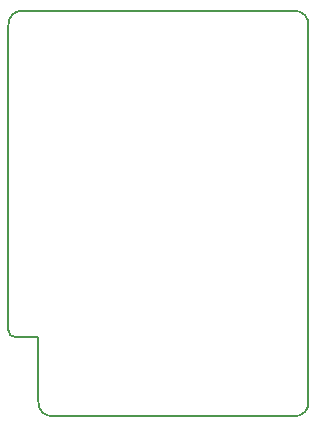
<source format=gko>
G04 DipTrace 3.0.0.2*
G04 iota.GKO*
%MOMM*%
G04 #@! TF.FileFunction,Profile*
G04 #@! TF.Part,Single*
%ADD11C,0.14*%
%FSLAX35Y35*%
G04*
G71*
G90*
G75*
G01*
G04 BoardOutline*
%LPD*%
X1001129Y4303129D2*
D11*
G02X1128129Y4430129I111125J15875D01*
G01*
X3414129D1*
G02X3541129Y4303129I15875J-111125D01*
G01*
Y1128129D1*
G02X3414129Y1001129I-111125J-15875D01*
G01*
X1382129Y1001379D1*
G02X1255129Y1128379I-15875J111125D01*
G01*
Y1668129D1*
X1064629D1*
G02X1001129Y1731629I-7938J55562D01*
G01*
Y4303129D1*
M02*

</source>
